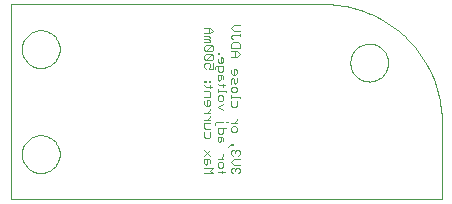
<source format=gbo>
G75*
%MOIN*%
%OFA0B0*%
%FSLAX24Y24*%
%IPPOS*%
%LPD*%
%AMOC8*
5,1,8,0,0,1.08239X$1,22.5*
%
%ADD10C,0.0000*%
%ADD11C,0.0030*%
D10*
X000680Y000680D02*
X000680Y007176D01*
X011113Y007176D01*
X012000Y005230D02*
X012002Y005280D01*
X012008Y005330D01*
X012018Y005379D01*
X012032Y005427D01*
X012049Y005474D01*
X012070Y005519D01*
X012095Y005563D01*
X012123Y005604D01*
X012155Y005643D01*
X012189Y005680D01*
X012226Y005714D01*
X012266Y005744D01*
X012308Y005771D01*
X012352Y005795D01*
X012398Y005816D01*
X012445Y005832D01*
X012493Y005845D01*
X012543Y005854D01*
X012592Y005859D01*
X012643Y005860D01*
X012693Y005857D01*
X012742Y005850D01*
X012791Y005839D01*
X012839Y005824D01*
X012885Y005806D01*
X012930Y005784D01*
X012973Y005758D01*
X013014Y005729D01*
X013053Y005697D01*
X013089Y005662D01*
X013121Y005624D01*
X013151Y005584D01*
X013178Y005541D01*
X013201Y005497D01*
X013220Y005451D01*
X013236Y005403D01*
X013248Y005354D01*
X013256Y005305D01*
X013260Y005255D01*
X013260Y005205D01*
X013256Y005155D01*
X013248Y005106D01*
X013236Y005057D01*
X013220Y005009D01*
X013201Y004963D01*
X013178Y004919D01*
X013151Y004876D01*
X013121Y004836D01*
X013089Y004798D01*
X013053Y004763D01*
X013014Y004731D01*
X012973Y004702D01*
X012930Y004676D01*
X012885Y004654D01*
X012839Y004636D01*
X012791Y004621D01*
X012742Y004610D01*
X012693Y004603D01*
X012643Y004600D01*
X012592Y004601D01*
X012543Y004606D01*
X012493Y004615D01*
X012445Y004628D01*
X012398Y004644D01*
X012352Y004665D01*
X012308Y004689D01*
X012266Y004716D01*
X012226Y004746D01*
X012189Y004780D01*
X012155Y004817D01*
X012123Y004856D01*
X012095Y004897D01*
X012070Y004941D01*
X012049Y004986D01*
X012032Y005033D01*
X012018Y005081D01*
X012008Y005130D01*
X012002Y005180D01*
X012000Y005230D01*
X011113Y007176D02*
X011237Y007174D01*
X011360Y007168D01*
X011484Y007159D01*
X011606Y007145D01*
X011729Y007128D01*
X011851Y007106D01*
X011972Y007081D01*
X012092Y007052D01*
X012211Y007020D01*
X012330Y006983D01*
X012447Y006943D01*
X012562Y006900D01*
X012677Y006852D01*
X012789Y006801D01*
X012900Y006747D01*
X013010Y006689D01*
X013117Y006628D01*
X013223Y006563D01*
X013326Y006495D01*
X013427Y006424D01*
X013526Y006350D01*
X013623Y006273D01*
X013717Y006192D01*
X013808Y006109D01*
X013897Y006023D01*
X013983Y005934D01*
X014066Y005843D01*
X014147Y005749D01*
X014224Y005652D01*
X014298Y005553D01*
X014369Y005452D01*
X014437Y005349D01*
X014502Y005243D01*
X014563Y005136D01*
X014621Y005026D01*
X014675Y004915D01*
X014726Y004803D01*
X014774Y004688D01*
X014817Y004573D01*
X014857Y004456D01*
X014894Y004337D01*
X014926Y004218D01*
X014955Y004098D01*
X014980Y003977D01*
X015002Y003855D01*
X015019Y003732D01*
X015033Y003610D01*
X015042Y003486D01*
X015048Y003363D01*
X015050Y003239D01*
X015050Y000680D01*
X000680Y000680D01*
X001050Y002180D02*
X001052Y002230D01*
X001058Y002280D01*
X001068Y002329D01*
X001082Y002377D01*
X001099Y002424D01*
X001120Y002469D01*
X001145Y002513D01*
X001173Y002554D01*
X001205Y002593D01*
X001239Y002630D01*
X001276Y002664D01*
X001316Y002694D01*
X001358Y002721D01*
X001402Y002745D01*
X001448Y002766D01*
X001495Y002782D01*
X001543Y002795D01*
X001593Y002804D01*
X001642Y002809D01*
X001693Y002810D01*
X001743Y002807D01*
X001792Y002800D01*
X001841Y002789D01*
X001889Y002774D01*
X001935Y002756D01*
X001980Y002734D01*
X002023Y002708D01*
X002064Y002679D01*
X002103Y002647D01*
X002139Y002612D01*
X002171Y002574D01*
X002201Y002534D01*
X002228Y002491D01*
X002251Y002447D01*
X002270Y002401D01*
X002286Y002353D01*
X002298Y002304D01*
X002306Y002255D01*
X002310Y002205D01*
X002310Y002155D01*
X002306Y002105D01*
X002298Y002056D01*
X002286Y002007D01*
X002270Y001959D01*
X002251Y001913D01*
X002228Y001869D01*
X002201Y001826D01*
X002171Y001786D01*
X002139Y001748D01*
X002103Y001713D01*
X002064Y001681D01*
X002023Y001652D01*
X001980Y001626D01*
X001935Y001604D01*
X001889Y001586D01*
X001841Y001571D01*
X001792Y001560D01*
X001743Y001553D01*
X001693Y001550D01*
X001642Y001551D01*
X001593Y001556D01*
X001543Y001565D01*
X001495Y001578D01*
X001448Y001594D01*
X001402Y001615D01*
X001358Y001639D01*
X001316Y001666D01*
X001276Y001696D01*
X001239Y001730D01*
X001205Y001767D01*
X001173Y001806D01*
X001145Y001847D01*
X001120Y001891D01*
X001099Y001936D01*
X001082Y001983D01*
X001068Y002031D01*
X001058Y002080D01*
X001052Y002130D01*
X001050Y002180D01*
X001050Y005680D02*
X001052Y005730D01*
X001058Y005780D01*
X001068Y005829D01*
X001082Y005877D01*
X001099Y005924D01*
X001120Y005969D01*
X001145Y006013D01*
X001173Y006054D01*
X001205Y006093D01*
X001239Y006130D01*
X001276Y006164D01*
X001316Y006194D01*
X001358Y006221D01*
X001402Y006245D01*
X001448Y006266D01*
X001495Y006282D01*
X001543Y006295D01*
X001593Y006304D01*
X001642Y006309D01*
X001693Y006310D01*
X001743Y006307D01*
X001792Y006300D01*
X001841Y006289D01*
X001889Y006274D01*
X001935Y006256D01*
X001980Y006234D01*
X002023Y006208D01*
X002064Y006179D01*
X002103Y006147D01*
X002139Y006112D01*
X002171Y006074D01*
X002201Y006034D01*
X002228Y005991D01*
X002251Y005947D01*
X002270Y005901D01*
X002286Y005853D01*
X002298Y005804D01*
X002306Y005755D01*
X002310Y005705D01*
X002310Y005655D01*
X002306Y005605D01*
X002298Y005556D01*
X002286Y005507D01*
X002270Y005459D01*
X002251Y005413D01*
X002228Y005369D01*
X002201Y005326D01*
X002171Y005286D01*
X002139Y005248D01*
X002103Y005213D01*
X002064Y005181D01*
X002023Y005152D01*
X001980Y005126D01*
X001935Y005104D01*
X001889Y005086D01*
X001841Y005071D01*
X001792Y005060D01*
X001743Y005053D01*
X001693Y005050D01*
X001642Y005051D01*
X001593Y005056D01*
X001543Y005065D01*
X001495Y005078D01*
X001448Y005094D01*
X001402Y005115D01*
X001358Y005139D01*
X001316Y005166D01*
X001276Y005196D01*
X001239Y005230D01*
X001205Y005267D01*
X001173Y005306D01*
X001145Y005347D01*
X001120Y005391D01*
X001099Y005436D01*
X001082Y005483D01*
X001068Y005531D01*
X001058Y005580D01*
X001052Y005630D01*
X001050Y005680D01*
D11*
X007129Y005661D02*
X007177Y005613D01*
X007371Y005806D01*
X007177Y005806D01*
X007129Y005758D01*
X007129Y005661D01*
X007177Y005613D02*
X007371Y005613D01*
X007419Y005661D01*
X007419Y005758D01*
X007371Y005806D01*
X007322Y005907D02*
X007129Y005907D01*
X007129Y006004D02*
X007274Y006004D01*
X007322Y006053D01*
X007274Y006101D01*
X007129Y006101D01*
X007129Y006202D02*
X007322Y006202D01*
X007419Y006299D01*
X007322Y006396D01*
X007129Y006396D01*
X007274Y006396D02*
X007274Y006202D01*
X007274Y006004D02*
X007322Y005956D01*
X007322Y005907D01*
X008025Y005856D02*
X008025Y005711D01*
X008315Y005711D01*
X008315Y005856D01*
X008267Y005905D01*
X008073Y005905D01*
X008025Y005856D01*
X008073Y006006D02*
X008025Y006054D01*
X008025Y006102D01*
X008073Y006151D01*
X008315Y006151D01*
X008315Y006199D02*
X008315Y006102D01*
X008315Y006300D02*
X008122Y006300D01*
X008025Y006397D01*
X008122Y006494D01*
X008315Y006494D01*
X008218Y005610D02*
X008025Y005610D01*
X008170Y005610D02*
X008170Y005416D01*
X008218Y005416D02*
X008315Y005513D01*
X008218Y005610D01*
X008218Y005416D02*
X008025Y005416D01*
X007770Y005365D02*
X007770Y005268D01*
X007722Y005220D01*
X007625Y005220D01*
X007577Y005268D01*
X007577Y005365D01*
X007674Y005413D02*
X007674Y005220D01*
X007770Y005119D02*
X007529Y005119D01*
X007480Y005070D01*
X007480Y005022D01*
X007419Y005024D02*
X007274Y005024D01*
X007322Y005120D01*
X007322Y005169D01*
X007274Y005217D01*
X007177Y005217D01*
X007129Y005169D01*
X007129Y005072D01*
X007177Y005024D01*
X007419Y005024D02*
X007419Y005217D01*
X007371Y005318D02*
X007177Y005318D01*
X007371Y005512D01*
X007177Y005512D01*
X007129Y005463D01*
X007129Y005367D01*
X007177Y005318D01*
X007371Y005318D02*
X007419Y005367D01*
X007419Y005463D01*
X007371Y005512D01*
X007577Y005515D02*
X007577Y005563D01*
X007625Y005563D01*
X007625Y005515D01*
X007577Y005515D01*
X007674Y005413D02*
X007722Y005413D01*
X007770Y005365D01*
X007770Y005119D02*
X007770Y004974D01*
X007722Y004925D01*
X007625Y004925D01*
X007577Y004974D01*
X007577Y005119D01*
X008025Y004972D02*
X008025Y004875D01*
X008073Y004827D01*
X008170Y004827D01*
X008218Y004875D01*
X008218Y004972D01*
X008170Y005021D01*
X008122Y005021D01*
X008122Y004827D01*
X008073Y004726D02*
X008122Y004678D01*
X008122Y004581D01*
X008170Y004532D01*
X008218Y004581D01*
X008218Y004726D01*
X008073Y004726D02*
X008025Y004678D01*
X008025Y004532D01*
X008073Y004431D02*
X008170Y004431D01*
X008218Y004383D01*
X008218Y004286D01*
X008170Y004238D01*
X008073Y004238D01*
X008025Y004286D01*
X008025Y004383D01*
X008073Y004431D01*
X007819Y004483D02*
X007625Y004483D01*
X007577Y004531D01*
X007625Y004631D02*
X007674Y004679D01*
X007674Y004824D01*
X007722Y004824D02*
X007577Y004824D01*
X007577Y004679D01*
X007625Y004631D01*
X007770Y004679D02*
X007770Y004776D01*
X007722Y004824D01*
X007322Y004630D02*
X007274Y004630D01*
X007274Y004582D01*
X007322Y004582D01*
X007322Y004630D01*
X007177Y004630D02*
X007129Y004630D01*
X007129Y004582D01*
X007177Y004582D01*
X007177Y004630D01*
X007129Y004482D02*
X007177Y004433D01*
X007371Y004433D01*
X007322Y004385D02*
X007322Y004482D01*
X007577Y004335D02*
X007577Y004238D01*
X007577Y004286D02*
X007867Y004286D01*
X007867Y004238D01*
X007722Y004137D02*
X007770Y004088D01*
X007770Y003992D01*
X007722Y003943D01*
X007625Y003943D01*
X007577Y003992D01*
X007577Y004088D01*
X007625Y004137D01*
X007722Y004137D01*
X008025Y004138D02*
X008025Y004041D01*
X008025Y004090D02*
X008315Y004090D01*
X008315Y004041D01*
X008218Y003940D02*
X008218Y003795D01*
X008170Y003747D01*
X008073Y003747D01*
X008025Y003795D01*
X008025Y003940D01*
X007770Y003842D02*
X007577Y003745D01*
X007770Y003648D01*
X007322Y003647D02*
X007322Y003695D01*
X007322Y003647D02*
X007226Y003550D01*
X007322Y003550D02*
X007129Y003550D01*
X007322Y003450D02*
X007322Y003401D01*
X007226Y003305D01*
X007322Y003305D02*
X007129Y003305D01*
X007129Y003204D02*
X007322Y003204D01*
X007480Y003206D02*
X007529Y003254D01*
X007770Y003254D01*
X007867Y003254D02*
X007916Y003254D01*
X008025Y003207D02*
X008218Y003207D01*
X008122Y003207D02*
X008218Y003303D01*
X008218Y003352D01*
X008170Y003105D02*
X008073Y003105D01*
X008025Y003057D01*
X008025Y002960D01*
X008073Y002912D01*
X008170Y002912D01*
X008218Y002960D01*
X008218Y003057D01*
X008170Y003105D01*
X007867Y003056D02*
X007577Y003056D01*
X007577Y002911D01*
X007625Y002863D01*
X007722Y002863D01*
X007770Y002911D01*
X007770Y003056D01*
X007480Y003157D02*
X007480Y003206D01*
X007322Y003010D02*
X007177Y003010D01*
X007129Y003058D01*
X007129Y003204D01*
X007129Y002909D02*
X007129Y002764D01*
X007177Y002715D01*
X007274Y002715D01*
X007322Y002764D01*
X007322Y002909D01*
X007577Y002762D02*
X007577Y002616D01*
X007625Y002568D01*
X007674Y002616D01*
X007674Y002762D01*
X007722Y002762D02*
X007577Y002762D01*
X007722Y002762D02*
X007770Y002713D01*
X007770Y002616D01*
X007928Y002421D02*
X008025Y002518D01*
X008025Y002469D01*
X008073Y002469D01*
X008073Y002518D01*
X008025Y002518D01*
X008073Y002320D02*
X008025Y002271D01*
X008025Y002174D01*
X008073Y002126D01*
X008170Y002223D02*
X008170Y002271D01*
X008122Y002320D01*
X008073Y002320D01*
X008170Y002271D02*
X008218Y002320D01*
X008267Y002320D01*
X008315Y002271D01*
X008315Y002174D01*
X008267Y002126D01*
X008315Y002025D02*
X008122Y002025D01*
X008025Y001928D01*
X008122Y001831D01*
X008315Y001831D01*
X008267Y001730D02*
X008218Y001730D01*
X008170Y001682D01*
X008122Y001730D01*
X008073Y001730D01*
X008025Y001682D01*
X008025Y001585D01*
X008073Y001537D01*
X008170Y001634D02*
X008170Y001682D01*
X008267Y001730D02*
X008315Y001682D01*
X008315Y001585D01*
X008267Y001537D01*
X007867Y001634D02*
X007819Y001585D01*
X007577Y001585D01*
X007722Y001537D02*
X007722Y001634D01*
X007722Y001733D02*
X007625Y001733D01*
X007577Y001782D01*
X007577Y001878D01*
X007625Y001927D01*
X007722Y001927D01*
X007770Y001878D01*
X007770Y001782D01*
X007722Y001733D01*
X007419Y001730D02*
X007322Y001634D01*
X007419Y001537D01*
X007129Y001537D01*
X007129Y001730D02*
X007419Y001730D01*
X007322Y001880D02*
X007322Y001977D01*
X007274Y002025D01*
X007129Y002025D01*
X007129Y001880D01*
X007177Y001831D01*
X007226Y001880D01*
X007226Y002025D01*
X007322Y002126D02*
X007129Y002320D01*
X007322Y002320D02*
X007129Y002126D01*
X007577Y002028D02*
X007770Y002028D01*
X007674Y002028D02*
X007770Y002125D01*
X007770Y002173D01*
X007274Y003796D02*
X007322Y003844D01*
X007322Y003941D01*
X007274Y003989D01*
X007226Y003989D01*
X007226Y003796D01*
X007274Y003796D02*
X007177Y003796D01*
X007129Y003844D01*
X007129Y003941D01*
X007129Y004090D02*
X007322Y004090D01*
X007322Y004236D01*
X007274Y004284D01*
X007129Y004284D01*
X007770Y004434D02*
X007770Y004531D01*
M02*

</source>
